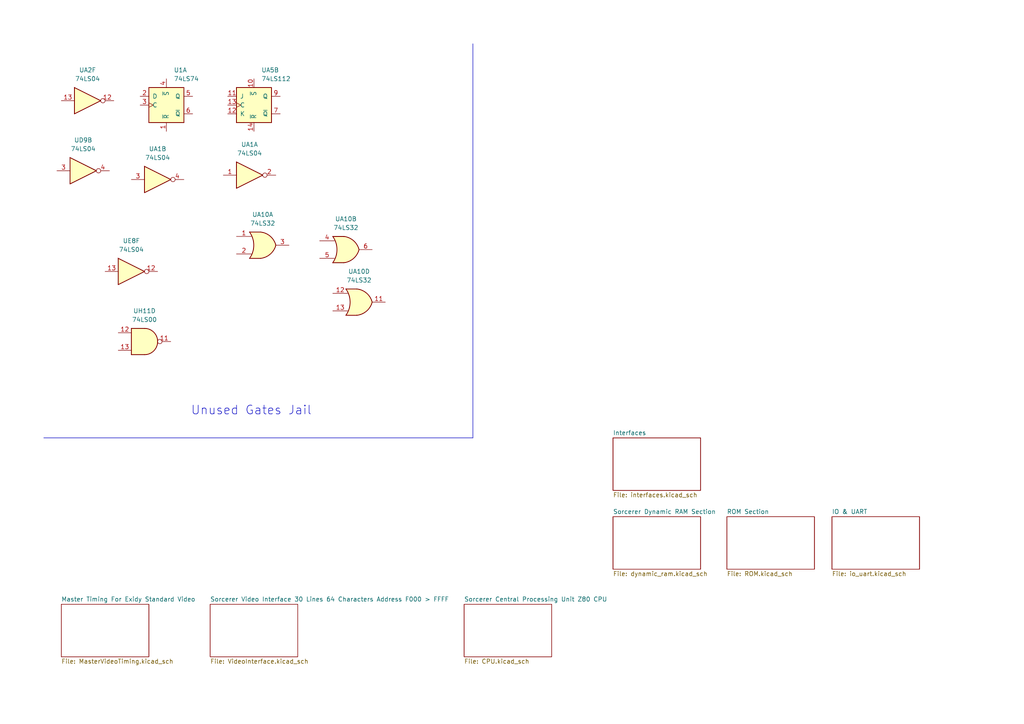
<source format=kicad_sch>
(kicad_sch (version 20250114) (generator "eeschema") (generator_version "9.0")
  (paper "A4")
  (lib_symbols
    (symbol "74xx:74LS00" (pin_names (offset 1.016))
      (property "Reference" "U" (at 0 1.27 0))
      (property "Value" "74LS00" (at 0 -1.27 0))
      (symbol "74LS00_1_1"
        (arc (start 0 3.81) (mid 3.7934 0) (end 0 -3.81) (stroke (width 0.254)) (fill (type background)))
        (polyline (pts (xy 0 3.81) (xy -3.81 3.81) (xy -3.81 -3.81) (xy 0 -3.81)) (stroke (width 0.254)) (fill (type background)))
        (pin input line (at -7.62 2.54 0) (length 3.81) (name "~") (number "1"))
        (pin input line (at -7.62 -2.54 0) (length 3.81) (name "~") (number "2"))
        (pin output inverted (at 7.62 0 180) (length 3.81) (name "~") (number "3"))
      )
      (symbol "74LS00_1_2"
        (arc (start -3.81 3.81) (mid -2.589 0) (end -3.81 -3.81) (stroke (width 0.254)))
        (polyline (pts (xy -3.81 3.81) (xy -0.635 3.81)) (stroke (width 0.254)) (fill (type background)))
        (polyline (pts (xy -3.81 -3.81) (xy -0.635 -3.81)) (stroke (width 0.254)) (fill (type background)))
        (arc (start 3.81 0) (mid 2.1855 -2.584) (end -0.6096 -3.81) (stroke (width 0.254)) (fill (type background)))
        (arc (start -0.6096 3.81) (mid 2.1928 2.5924) (end 3.81 0) (stroke (width 0.254)) (fill (type background)))
        (polyline (pts (xy -0.635 3.81) (xy -3.81 3.81) (xy -3.81 3.81) (xy -3.556 3.4036) (xy -3.0226 2.2606) (xy -2.6924 1.0414) (xy -2.6162 -0.254) (xy -2.7686 -1.4986) (xy -3.175 -2.7178) (xy -3.81 -3.81) (xy -3.81 -3.81) (xy -0.635 -3.81)) (stroke (width -25.4)) (fill (type background)))
        (pin input inverted (at -7.62 2.54 0) (length 4.318) (name "~") (number "1"))
        (pin input inverted (at -7.62 -2.54 0) (length 4.318) (name "~") (number "2"))
        (pin output line (at 7.62 0 180) (length 3.81) (name "~") (number "3"))
      )
      (symbol "74LS00_2_1"
        (arc (start 0 3.81) (mid 3.7934 0) (end 0 -3.81) (stroke (width 0.254)) (fill (type background)))
        (polyline (pts (xy 0 3.81) (xy -3.81 3.81) (xy -3.81 -3.81) (xy 0 -3.81)) (stroke (width 0.254)) (fill (type background)))
        (pin input line (at -7.62 2.54 0) (length 3.81) (name "~") (number "4"))
        (pin input line (at -7.62 -2.54 0) (length 3.81) (name "~") (number "5"))
        (pin output inverted (at 7.62 0 180) (length 3.81) (name "~") (number "6"))
      )
      (symbol "74LS00_2_2"
        (arc (start -3.81 3.81) (mid -2.589 0) (end -3.81 -3.81) (stroke (width 0.254)))
        (polyline (pts (xy -3.81 3.81) (xy -0.635 3.81)) (stroke (width 0.254)) (fill (type background)))
        (polyline (pts (xy -3.81 -3.81) (xy -0.635 -3.81)) (stroke (width 0.254)) (fill (type background)))
        (arc (start 3.81 0) (mid 2.1855 -2.584) (end -0.6096 -3.81) (stroke (width 0.254)) (fill (type background)))
        (arc (start -0.6096 3.81) (mid 2.1928 2.5924) (end 3.81 0) (stroke (width 0.254)) (fill (type background)))
        (polyline (pts (xy -0.635 3.81) (xy -3.81 3.81) (xy -3.81 3.81) (xy -3.556 3.4036) (xy -3.0226 2.2606) (xy -2.6924 1.0414) (xy -2.6162 -0.254) (xy -2.7686 -1.4986) (xy -3.175 -2.7178) (xy -3.81 -3.81) (xy -3.81 -3.81) (xy -0.635 -3.81)) (stroke (width -25.4)) (fill (type background)))
        (pin input inverted (at -7.62 2.54 0) (length 4.318) (name "~") (number "4"))
        (pin input inverted (at -7.62 -2.54 0) (length 4.318) (name "~") (number "5"))
        (pin output line (at 7.62 0 180) (length 3.81) (name "~") (number "6"))
      )
      (symbol "74LS00_3_1"
        (arc (start 0 3.81) (mid 3.7934 0) (end 0 -3.81) (stroke (width 0.254)) (fill (type background)))
        (polyline (pts (xy 0 3.81) (xy -3.81 3.81) (xy -3.81 -3.81) (xy 0 -3.81)) (stroke (width 0.254)) (fill (type background)))
        (pin input line (at -7.62 2.54 0) (length 3.81) (name "~") (number "9"))
        (pin input line (at -7.62 -2.54 0) (length 3.81) (name "~") (number "10"))
        (pin output inverted (at 7.62 0 180) (length 3.81) (name "~") (number "8"))
      )
      (symbol "74LS00_3_2"
        (arc (start -3.81 3.81) (mid -2.589 0) (end -3.81 -3.81) (stroke (width 0.254)))
        (polyline (pts (xy -3.81 3.81) (xy -0.635 3.81)) (stroke (width 0.254)) (fill (type background)))
        (polyline (pts (xy -3.81 -3.81) (xy -0.635 -3.81)) (stroke (width 0.254)) (fill (type background)))
        (arc (start 3.81 0) (mid 2.1855 -2.584) (end -0.6096 -3.81) (stroke (width 0.254)) (fill (type background)))
        (arc (start -0.6096 3.81) (mid 2.1928 2.5924) (end 3.81 0) (stroke (width 0.254)) (fill (type background)))
        (polyline (pts (xy -0.635 3.81) (xy -3.81 3.81) (xy -3.81 3.81) (xy -3.556 3.4036) (xy -3.0226 2.2606) (xy -2.6924 1.0414) (xy -2.6162 -0.254) (xy -2.7686 -1.4986) (xy -3.175 -2.7178) (xy -3.81 -3.81) (xy -3.81 -3.81) (xy -0.635 -3.81)) (stroke (width -25.4)) (fill (type background)))
        (pin input inverted (at -7.62 2.54 0) (length 4.318) (name "~") (number "9"))
        (pin input inverted (at -7.62 -2.54 0) (length 4.318) (name "~") (number "10"))
        (pin output line (at 7.62 0 180) (length 3.81) (name "~") (number "8"))
      )
      (symbol "74LS00_4_1"
        (arc (start 0 3.81) (mid 3.7934 0) (end 0 -3.81) (stroke (width 0.254)) (fill (type background)))
        (polyline (pts (xy 0 3.81) (xy -3.81 3.81) (xy -3.81 -3.81) (xy 0 -3.81)) (stroke (width 0.254)) (fill (type background)))
        (pin input line (at -7.62 2.54 0) (length 3.81) (name "~") (number "12"))
        (pin input line (at -7.62 -2.54 0) (length 3.81) (name "~") (number "13"))
        (pin output inverted (at 7.62 0 180) (length 3.81) (name "~") (number "11"))
      )
      (symbol "74LS00_4_2"
        (arc (start -3.81 3.81) (mid -2.589 0) (end -3.81 -3.81) (stroke (width 0.254)))
        (polyline (pts (xy -3.81 3.81) (xy -0.635 3.81)) (stroke (width 0.254)) (fill (type background)))
        (polyline (pts (xy -3.81 -3.81) (xy -0.635 -3.81)) (stroke (width 0.254)) (fill (type background)))
        (arc (start 3.81 0) (mid 2.1855 -2.584) (end -0.6096 -3.81) (stroke (width 0.254)) (fill (type background)))
        (arc (start -0.6096 3.81) (mid 2.1928 2.5924) (end 3.81 0) (stroke (width 0.254)) (fill (type background)))
        (polyline (pts (xy -0.635 3.81) (xy -3.81 3.81) (xy -3.81 3.81) (xy -3.556 3.4036) (xy -3.0226 2.2606) (xy -2.6924 1.0414) (xy -2.6162 -0.254) (xy -2.7686 -1.4986) (xy -3.175 -2.7178) (xy -3.81 -3.81) (xy -3.81 -3.81) (xy -0.635 -3.81)) (stroke (width -25.4)) (fill (type background)))
        (pin input inverted (at -7.62 2.54 0) (length 4.318) (name "~") (number "12"))
        (pin input inverted (at -7.62 -2.54 0) (length 4.318) (name "~") (number "13"))
        (pin output line (at 7.62 0 180) (length 3.81) (name "~") (number "11"))
      )
      (symbol "74LS00_5_0"
        (pin power_in line (at 0 12.7 270) (length 5.08) (name "VCC") (number "14"))
        (pin power_in line (at 0 -12.7 90) (length 5.08) (name "GND") (number "7"))
      )
      (symbol "74LS00_5_1"
        (rectangle (start -5.08 7.62) (end 5.08 -7.62) (stroke (width 0.254)) (fill (type background)))
      )
    )
    (symbol "74xx:74LS04"
      (property "Reference" "U" (at 0 1.27 0))
      (property "Value" "74LS04" (at 0 -1.27 0))
      (symbol "74LS04_1_0"
        (polyline (pts (xy -3.81 3.81) (xy -3.81 -3.81) (xy 3.81 0) (xy -3.81 3.81)) (stroke (width 0.254)) (fill (type background)))
        (pin input line (at -7.62 0 0) (length 3.81) (name "~") (number "1"))
        (pin output inverted (at 7.62 0 180) (length 3.81) (name "~") (number "2"))
      )
      (symbol "74LS04_2_0"
        (polyline (pts (xy -3.81 3.81) (xy -3.81 -3.81) (xy 3.81 0) (xy -3.81 3.81)) (stroke (width 0.254)) (fill (type background)))
        (pin input line (at -7.62 0 0) (length 3.81) (name "~") (number "3"))
        (pin output inverted (at 7.62 0 180) (length 3.81) (name "~") (number "4"))
      )
      (symbol "74LS04_3_0"
        (polyline (pts (xy -3.81 3.81) (xy -3.81 -3.81) (xy 3.81 0) (xy -3.81 3.81)) (stroke (width 0.254)) (fill (type background)))
        (pin input line (at -7.62 0 0) (length 3.81) (name "~") (number "5"))
        (pin output inverted (at 7.62 0 180) (length 3.81) (name "~") (number "6"))
      )
      (symbol "74LS04_4_0"
        (polyline (pts (xy -3.81 3.81) (xy -3.81 -3.81) (xy 3.81 0) (xy -3.81 3.81)) (stroke (width 0.254)) (fill (type background)))
        (pin input line (at -7.62 0 0) (length 3.81) (name "~") (number "9"))
        (pin output inverted (at 7.62 0 180) (length 3.81) (name "~") (number "8"))
      )
      (symbol "74LS04_5_0"
        (polyline (pts (xy -3.81 3.81) (xy -3.81 -3.81) (xy 3.81 0) (xy -3.81 3.81)) (stroke (width 0.254)) (fill (type background)))
        (pin input line (at -7.62 0 0) (length 3.81) (name "~") (number "11"))
        (pin output inverted (at 7.62 0 180) (length 3.81) (name "~") (number "10"))
      )
      (symbol "74LS04_6_0"
        (polyline (pts (xy -3.81 3.81) (xy -3.81 -3.81) (xy 3.81 0) (xy -3.81 3.81)) (stroke (width 0.254)) (fill (type background)))
        (pin input line (at -7.62 0 0) (length 3.81) (name "~") (number "13"))
        (pin output inverted (at 7.62 0 180) (length 3.81) (name "~") (number "12"))
      )
      (symbol "74LS04_7_0"
        (pin power_in line (at 0 12.7 270) (length 5.08) (name "VCC") (number "14"))
        (pin power_in line (at 0 -12.7 90) (length 5.08) (name "GND") (number "7"))
      )
      (symbol "74LS04_7_1"
        (rectangle (start -5.08 7.62) (end 5.08 -7.62) (stroke (width 0.254)) (fill (type background)))
      )
    )
    (symbol "74xx:74LS112" (pin_names (offset 1.016))
      (property "Reference" "U" (at -7.62 8.89 0))
      (property "Value" "74LS112" (at -7.62 -8.89 0))
      (symbol "74LS112_1_0"
        (pin input line (at -7.62 2.54 0) (length 2.54) (name "J") (number "3"))
        (pin input clock (at -7.62 0 0) (length 2.54) (name "C") (number "1"))
        (pin input line (at -7.62 -2.54 0) (length 2.54) (name "K") (number "2"))
        (pin input line (at 0 7.62 270) (length 2.54) (name "~{S}") (number "4"))
        (pin input line (at 0 -7.62 90) (length 2.54) (name "~{R}") (number "15"))
        (pin output line (at 7.62 2.54 180) (length 2.54) (name "Q") (number "5"))
        (pin output line (at 7.62 -2.54 180) (length 2.54) (name "~{Q}") (number "6"))
      )
      (symbol "74LS112_1_1"
        (rectangle (start -5.08 5.08) (end 5.08 -5.08) (stroke (width 0.254)) (fill (type background)))
      )
      (symbol "74LS112_2_0"
        (pin input line (at -7.62 2.54 0) (length 2.54) (name "J") (number "11"))
        (pin input clock (at -7.62 0 0) (length 2.54) (name "C") (number "13"))
        (pin input line (at -7.62 -2.54 0) (length 2.54) (name "K") (number "12"))
        (pin input line (at 0 7.62 270) (length 2.54) (name "~{S}") (number "10"))
        (pin input line (at 0 -7.62 90) (length 2.54) (name "~{R}") (number "14"))
        (pin output line (at 7.62 2.54 180) (length 2.54) (name "Q") (number "9"))
        (pin output line (at 7.62 -2.54 180) (length 2.54) (name "~{Q}") (number "7"))
      )
      (symbol "74LS112_2_1"
        (rectangle (start -5.08 5.08) (end 5.08 -5.08) (stroke (width 0.254)) (fill (type background)))
      )
      (symbol "74LS112_3_0"
        (pin power_in line (at 0 10.16 270) (length 2.54) (name "VCC") (number "16"))
        (pin power_in line (at 0 -10.16 90) (length 2.54) (name "GND") (number "8"))
      )
      (symbol "74LS112_3_1"
        (rectangle (start -5.08 7.62) (end 5.08 -7.62) (stroke (width 0.254)) (fill (type background)))
      )
    )
    (symbol "74xx:74LS32" (pin_names (offset 1.016))
      (property "Reference" "U" (at 0 1.27 0))
      (property "Value" "74LS32" (at 0 -1.27 0))
      (symbol "74LS32_1_1"
        (arc (start -3.81 3.81) (mid -2.589 0) (end -3.81 -3.81) (stroke (width 0.254)))
        (polyline (pts (xy -3.81 3.81) (xy -0.635 3.81)) (stroke (width 0.254)) (fill (type background)))
        (polyline (pts (xy -3.81 -3.81) (xy -0.635 -3.81)) (stroke (width 0.254)) (fill (type background)))
        (arc (start 3.81 0) (mid 2.1855 -2.584) (end -0.6096 -3.81) (stroke (width 0.254)) (fill (type background)))
        (arc (start -0.6096 3.81) (mid 2.1928 2.5924) (end 3.81 0) (stroke (width 0.254)) (fill (type background)))
        (polyline (pts (xy -0.635 3.81) (xy -3.81 3.81) (xy -3.81 3.81) (xy -3.556 3.4036) (xy -3.0226 2.2606) (xy -2.6924 1.0414) (xy -2.6162 -0.254) (xy -2.7686 -1.4986) (xy -3.175 -2.7178) (xy -3.81 -3.81) (xy -3.81 -3.81) (xy -0.635 -3.81)) (stroke (width -25.4)) (fill (type background)))
        (pin input line (at -7.62 2.54 0) (length 4.318) (name "~") (number "1"))
        (pin input line (at -7.62 -2.54 0) (length 4.318) (name "~") (number "2"))
        (pin output line (at 7.62 0 180) (length 3.81) (name "~") (number "3"))
      )
      (symbol "74LS32_1_2"
        (arc (start 0 3.81) (mid 3.7934 0) (end 0 -3.81) (stroke (width 0.254)) (fill (type background)))
        (polyline (pts (xy 0 3.81) (xy -3.81 3.81) (xy -3.81 -3.81) (xy 0 -3.81)) (stroke (width 0.254)) (fill (type background)))
        (pin input inverted (at -7.62 2.54 0) (length 3.81) (name "~") (number "1"))
        (pin input inverted (at -7.62 -2.54 0) (length 3.81) (name "~") (number "2"))
        (pin output inverted (at 7.62 0 180) (length 3.81) (name "~") (number "3"))
      )
      (symbol "74LS32_2_1"
        (arc (start -3.81 3.81) (mid -2.589 0) (end -3.81 -3.81) (stroke (width 0.254)))
        (polyline (pts (xy -3.81 3.81) (xy -0.635 3.81)) (stroke (width 0.254)) (fill (type background)))
        (polyline (pts (xy -3.81 -3.81) (xy -0.635 -3.81)) (stroke (width 0.254)) (fill (type background)))
        (arc (start 3.81 0) (mid 2.1855 -2.584) (end -0.6096 -3.81) (stroke (width 0.254)) (fill (type background)))
        (arc (start -0.6096 3.81) (mid 2.1928 2.5924) (end 3.81 0) (stroke (width 0.254)) (fill (type background)))
        (polyline (pts (xy -0.635 3.81) (xy -3.81 3.81) (xy -3.81 3.81) (xy -3.556 3.4036) (xy -3.0226 2.2606) (xy -2.6924 1.0414) (xy -2.6162 -0.254) (xy -2.7686 -1.4986) (xy -3.175 -2.7178) (xy -3.81 -3.81) (xy -3.81 -3.81) (xy -0.635 -3.81)) (stroke (width -25.4)) (fill (type background)))
        (pin input line (at -7.62 2.54 0) (length 4.318) (name "~") (number "4"))
        (pin input line (at -7.62 -2.54 0) (length 4.318) (name "~") (number "5"))
        (pin output line (at 7.62 0 180) (length 3.81) (name "~") (number "6"))
      )
      (symbol "74LS32_2_2"
        (arc (start 0 3.81) (mid 3.7934 0) (end 0 -3.81) (stroke (width 0.254)) (fill (type background)))
        (polyline (pts (xy 0 3.81) (xy -3.81 3.81) (xy -3.81 -3.81) (xy 0 -3.81)) (stroke (width 0.254)) (fill (type background)))
        (pin input inverted (at -7.62 2.54 0) (length 3.81) (name "~") (number "4"))
        (pin input inverted (at -7.62 -2.54 0) (length 3.81) (name "~") (number "5"))
        (pin output inverted (at 7.62 0 180) (length 3.81) (name "~") (number "6"))
      )
      (symbol "74LS32_3_1"
        (arc (start -3.81 3.81) (mid -2.589 0) (end -3.81 -3.81) (stroke (width 0.254)))
        (polyline (pts (xy -3.81 3.81) (xy -0.635 3.81)) (stroke (width 0.254)) (fill (type background)))
        (polyline (pts (xy -3.81 -3.81) (xy -0.635 -3.81)) (stroke (width 0.254)) (fill (type background)))
        (arc (start 3.81 0) (mid 2.1855 -2.584) (end -0.6096 -3.81) (stroke (width 0.254)) (fill (type background)))
        (arc (start -0.6096 3.81) (mid 2.1928 2.5924) (end 3.81 0) (stroke (width 0.254)) (fill (type background)))
        (polyline (pts (xy -0.635 3.81) (xy -3.81 3.81) (xy -3.81 3.81) (xy -3.556 3.4036) (xy -3.0226 2.2606) (xy -2.6924 1.0414) (xy -2.6162 -0.254) (xy -2.7686 -1.4986) (xy -3.175 -2.7178) (xy -3.81 -3.81) (xy -3.81 -3.81) (xy -0.635 -3.81)) (stroke (width -25.4)) (fill (type background)))
        (pin input line (at -7.62 2.54 0) (length 4.318) (name "~") (number "9"))
        (pin input line (at -7.62 -2.54 0) (length 4.318) (name "~") (number "10"))
        (pin output line (at 7.62 0 180) (length 3.81) (name "~") (number "8"))
      )
      (symbol "74LS32_3_2"
        (arc (start 0 3.81) (mid 3.7934 0) (end 0 -3.81) (stroke (width 0.254)) (fill (type background)))
        (polyline (pts (xy 0 3.81) (xy -3.81 3.81) (xy -3.81 -3.81) (xy 0 -3.81)) (stroke (width 0.254)) (fill (type background)))
        (pin input inverted (at -7.62 2.54 0) (length 3.81) (name "~") (number "9"))
        (pin input inverted (at -7.62 -2.54 0) (length 3.81) (name "~") (number "10"))
        (pin output inverted (at 7.62 0 180) (length 3.81) (name "~") (number "8"))
      )
      (symbol "74LS32_4_1"
        (arc (start -3.81 3.81) (mid -2.589 0) (end -3.81 -3.81) (stroke (width 0.254)))
        (polyline (pts (xy -3.81 3.81) (xy -0.635 3.81)) (stroke (width 0.254)) (fill (type background)))
        (polyline (pts (xy -3.81 -3.81) (xy -0.635 -3.81)) (stroke (width 0.254)) (fill (type background)))
        (arc (start 3.81 0) (mid 2.1855 -2.584) (end -0.6096 -3.81) (stroke (width 0.254)) (fill (type background)))
        (arc (start -0.6096 3.81) (mid 2.1928 2.5924) (end 3.81 0) (stroke (width 0.254)) (fill (type background)))
        (polyline (pts (xy -0.635 3.81) (xy -3.81 3.81) (xy -3.81 3.81) (xy -3.556 3.4036) (xy -3.0226 2.2606) (xy -2.6924 1.0414) (xy -2.6162 -0.254) (xy -2.7686 -1.4986) (xy -3.175 -2.7178) (xy -3.81 -3.81) (xy -3.81 -3.81) (xy -0.635 -3.81)) (stroke (width -25.4)) (fill (type background)))
        (pin input line (at -7.62 2.54 0) (length 4.318) (name "~") (number "12"))
        (pin input line (at -7.62 -2.54 0) (length 4.318) (name "~") (number "13"))
        (pin output line (at 7.62 0 180) (length 3.81) (name "~") (number "11"))
      )
      (symbol "74LS32_4_2"
        (arc (start 0 3.81) (mid 3.7934 0) (end 0 -3.81) (stroke (width 0.254)) (fill (type background)))
        (polyline (pts (xy 0 3.81) (xy -3.81 3.81) (xy -3.81 -3.81) (xy 0 -3.81)) (stroke (width 0.254)) (fill (type background)))
        (pin input inverted (at -7.62 2.54 0) (length 3.81) (name "~") (number "12"))
        (pin input inverted (at -7.62 -2.54 0) (length 3.81) (name "~") (number "13"))
        (pin output inverted (at 7.62 0 180) (length 3.81) (name "~") (number "11"))
      )
      (symbol "74LS32_5_0"
        (pin power_in line (at 0 12.7 270) (length 5.08) (name "VCC") (number "14"))
        (pin power_in line (at 0 -12.7 90) (length 5.08) (name "GND") (number "7"))
      )
      (symbol "74LS32_5_1"
        (rectangle (start -5.08 7.62) (end 5.08 -7.62) (stroke (width 0.254)) (fill (type background)))
      )
    )
    (symbol "74xx:74LS74" (pin_names (offset 1.016))
      (property "Reference" "U" (at -7.62 8.89 0))
      (property "Value" "74LS74" (at -7.62 -8.89 0))
      (symbol "74LS74_1_0"
        (pin input line (at -7.62 2.54 0) (length 2.54) (name "D") (number "2"))
        (pin input clock (at -7.62 0 0) (length 2.54) (name "C") (number "3"))
        (pin input line (at 0 7.62 270) (length 2.54) (name "~{S}") (number "4"))
        (pin input line (at 0 -7.62 90) (length 2.54) (name "~{R}") (number "1"))
        (pin output line (at 7.62 2.54 180) (length 2.54) (name "Q") (number "5"))
        (pin output line (at 7.62 -2.54 180) (length 2.54) (name "~{Q}") (number "6"))
      )
      (symbol "74LS74_1_1"
        (rectangle (start -5.08 5.08) (end 5.08 -5.08) (stroke (width 0.254)) (fill (type background)))
      )
      (symbol "74LS74_2_0"
        (pin input line (at -7.62 2.54 0) (length 2.54) (name "D") (number "12"))
        (pin input clock (at -7.62 0 0) (length 2.54) (name "C") (number "11"))
        (pin input line (at 0 7.62 270) (length 2.54) (name "~{S}") (number "10"))
        (pin input line (at 0 -7.62 90) (length 2.54) (name "~{R}") (number "13"))
        (pin output line (at 7.62 2.54 180) (length 2.54) (name "Q") (number "9"))
        (pin output line (at 7.62 -2.54 180) (length 2.54) (name "~{Q}") (number "8"))
      )
      (symbol "74LS74_2_1"
        (rectangle (start -5.08 5.08) (end 5.08 -5.08) (stroke (width 0.254)) (fill (type background)))
      )
      (symbol "74LS74_3_0"
        (pin power_in line (at 0 10.16 270) (length 2.54) (name "VCC") (number "14"))
        (pin power_in line (at 0 -10.16 90) (length 2.54) (name "GND") (number "7"))
      )
      (symbol "74LS74_3_1"
        (rectangle (start -5.08 7.62) (end 5.08 -7.62) (stroke (width 0.254)) (fill (type background)))
      )
    )
  )
  (text "Unused Gates Jail" (at 72.898 119.126 0) (effects (font (size 2.54 2.54))))
  (polyline (pts (xy 137.16 12.7) (xy 137.16 127)))
  (polyline (pts (xy 12.7 127) (xy 137.16 127)))
  (symbol (lib_id "74xx:74LS32") (at 104.14 87.63 0) (unit 4)
    (property "Reference" "UA10" (at 104.14 78.74 0))
    (property "Value" "74LS32" (at 104.14 81.28 0))
    (property "Datasheet" "http://www.ti.com/lit/gpn/sn74LS32" (effects (hide yes)))
    (property "Description" "Quad 2-input OR" (effects (hide yes)))
  )
  (symbol (lib_id "74xx:74LS32") (at 76.2 71.12 0) (unit 1)
    (property "Reference" "UA10" (at 76.2 62.23 0))
    (property "Value" "74LS32" (at 76.2 64.77 0))
    (property "Datasheet" "http://www.ti.com/lit/gpn/sn74LS32" (effects (hide yes)))
    (property "Description" "Quad 2-input OR" (effects (hide yes)))
  )
  (symbol (lib_id "74xx:74LS32") (at 100.33 72.39 0) (unit 2)
    (property "Reference" "UA10" (at 100.33 63.5 0))
    (property "Value" "74LS32" (at 100.33 66.04 0))
    (property "Datasheet" "http://www.ti.com/lit/gpn/sn74LS32" (effects (hide yes)))
    (property "Description" "Quad 2-input OR" (effects (hide yes)))
  )
  (symbol (lib_id "74xx:74LS04") (at 24.13 49.53 0) (unit 2)
    (property "Reference" "UD9" (at 24.13 40.64 0))
    (property "Value" "74LS04" (at 24.13 43.18 0))
    (property "Datasheet" "http://www.ti.com/lit/gpn/sn74LS04" (effects (hide yes)))
    (property "Description" "Hex Inverter" (effects (hide yes)))
  )
  (symbol (lib_id "74xx:74LS112") (at 73.66 30.48 0) (unit 2)
    (property "Reference" "UA5" (at 75.8033 20.32 0) (effects (justify left)))
    (property "Value" "74LS112" (at 75.8033 22.86 0) (effects (justify left)))
    (property "Footprint" "Package_DIP:DIP-16_W7.62mm" (effects (hide yes)))
    (property "Datasheet" "http://www.ti.com/lit/gpn/sn74LS112" (effects (hide yes)))
    (property "Description" "dual JK Flip-Flop, Set & Reset" (effects (hide yes)))
  )
  (symbol (lib_id "74xx:74LS04") (at 45.72 52.07 0) (unit 2)
    (property "Reference" "UA1" (at 45.72 43.18 0))
    (property "Value" "74LS04" (at 45.72 45.72 0))
    (property "Footprint" "Package_DIP:DIP-14_W7.62mm" (effects (hide yes)))
    (property "Datasheet" "http://www.ti.com/lit/gpn/sn74LS04" (effects (hide yes)))
    (property "Description" "Hex Inverter" (effects (hide yes)))
  )
  (symbol (lib_id "74xx:74LS04") (at 72.39 50.8 0) (unit 1)
    (property "Reference" "UA1" (at 72.39 41.91 0))
    (property "Value" "74LS04" (at 72.39 44.45 0))
    (property "Footprint" "Package_DIP:DIP-14_W7.62mm" (effects (hide yes)))
    (property "Datasheet" "http://www.ti.com/lit/gpn/sn74LS04" (effects (hide yes)))
    (property "Description" "Hex Inverter" (effects (hide yes)))
  )
  (symbol (lib_id "74xx:74LS04") (at 25.4 29.21 0) (unit 6)
    (property "Reference" "UA2" (at 25.4 20.32 0))
    (property "Value" "74LS04" (at 25.4 22.86 0))
    (property "Footprint" "Package_DIP:DIP-14_W7.62mm" (effects (hide yes)))
    (property "Datasheet" "http://www.ti.com/lit/gpn/sn74LS04" (effects (hide yes)))
    (property "Description" "Hex Inverter" (effects (hide yes)))
  )
  (symbol (lib_id "74xx:74LS74") (at 48.26 30.48 0) (unit 1)
    (property "Reference" "U1" (at 50.4033 20.32 0) (effects (justify left)))
    (property "Value" "74LS74" (at 50.4033 22.86 0) (effects (justify left)))
    (property "Footprint" "Package_DIP:DIP-14_W7.62mm" (effects (hide yes)))
    (property "Datasheet" "74xx/74hc_hct74.pdf" (effects (hide yes)))
    (property "Description" "Dual D Flip-flop, Set & Reset" (effects (hide yes)))
  )
  (symbol (lib_id "74xx:74LS00") (at 41.91 99.06 0) (unit 4)
    (property "Reference" "UH11" (at 41.9017 90.17 0))
    (property "Value" "74LS00" (at 41.9017 92.71 0))
    (property "Footprint" "Package_DIP:DIP-14_W7.62mm" (effects (hide yes)))
    (property "Datasheet" "http://www.ti.com/lit/gpn/sn74ls00" (effects (hide yes)))
    (property "Description" "quad 2-input NAND gate" (effects (hide yes)))
  )
  (symbol (lib_id "74xx:74LS04") (at 38.1 78.74 0) (unit 6)
    (property "Reference" "UE8" (at 38.1 69.85 0))
    (property "Value" "74LS04" (at 38.1 72.39 0))
    (property "Datasheet" "http://www.ti.com/lit/gpn/sn74LS04" (effects (hide yes)))
    (property "Description" "Hex Inverter" (effects (hide yes)))
  )
  (sheet (at 241.3 149.86) (size 25.4 15.24) (stroke (width 0.1524))
    (property "Sheetname" "IO & UART" (at 241.3 149.1484 0) (effects (justify left bottom)))
    (property "Sheetfile" "io_uart.kicad_sch" (at 241.3 165.6846 0) (effects (justify left top)))
  )
  (sheet (at 60.96 175.26) (size 25.4 15.24) (stroke (width 0.1524))
    (property "Sheetname" "Sorcerer Video Interface 30 Lines 64 Characters Address F000 > FFFF" (at 60.96 174.5484 0) (effects (justify left bottom)))
    (property "Sheetfile" "VideoInterface.kicad_sch" (at 60.96 191.0846 0) (effects (justify left top)))
  )
  (sheet (at 177.8 149.86) (size 25.4 15.24) (stroke (width 0.1524))
    (property "Sheetname" "Sorcerer Dynamic RAM Section" (at 177.8 149.1484 0) (effects (justify left bottom)))
    (property "Sheetfile" "dynamic_ram.kicad_sch" (at 177.8 165.6846 0) (effects (justify left top)))
  )
  (sheet (at 17.78 175.26) (size 25.4 15.24) (stroke (width 0.1524))
    (property "Sheetname" "Master Timing For Exidy Standard Video" (at 17.78 174.5484 0) (effects (justify left bottom)))
    (property "Sheetfile" "MasterVideoTiming.kicad_sch" (at 17.78 191.0846 0) (effects (justify left top)))
  )
  (sheet (at 134.62 175.26) (size 25.4 15.24) (stroke (width 0.1524))
    (property "Sheetname" "Sorcerer Central Processing Unit Z80 CPU" (at 134.62 174.5484 0) (effects (justify left bottom)))
    (property "Sheetfile" "CPU.kicad_sch" (at 134.62 191.0846 0) (effects (justify left top)))
  )
  (sheet (at 210.82 149.86) (size 25.4 15.24) (stroke (width 0.1524))
    (property "Sheetname" "ROM Section" (at 210.82 149.1484 0) (effects (justify left bottom)))
    (property "Sheetfile" "ROM.kicad_sch" (at 210.82 165.6846 0) (effects (justify left top)))
  )
  (sheet (at 177.8 127) (size 25.4 15.24) (stroke (width 0.1524))
    (property "Sheetname" "Interfaces" (at 177.8 126.2884 0) (effects (justify left bottom)))
    (property "Sheetfile" "interfaces.kicad_sch" (at 177.8 142.8246 0) (effects (justify left top)))
  )
)
</source>
